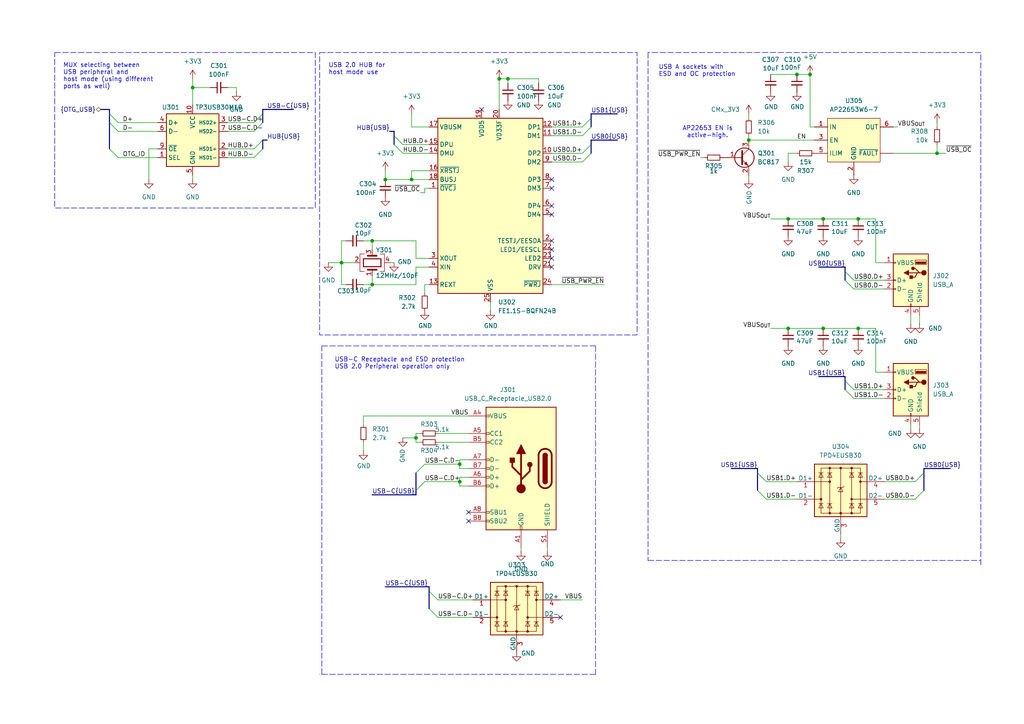
<source format=kicad_sch>
(kicad_sch (version 20231120) (generator "eeschema") (generator_version "8.0")
  (paper "A4")
  (title_block (title "HALPI2") (date "2025-01-03") (rev "v0.0.1") (company "Hat Labs Oy") (comment 1 "https://creativecommons.org/licenses/by/4.0") (comment 2 "To view a copy of this license, visit ") (comment 3 "HALPI2 is licensed under CC BY 4.0."))
  (lib_symbols
    (symbol "Connector:USB_A" (pin_names (offset 1.016))
      (property "Reference" "J" (at -5.08 11.43 0))
      (property "Value" "USB_A" (at -5.08 8.89 0))
      (symbol "USB_A_1_1"
        (pin power_in line (at 7.62 5.08 180) (length 2.54) (name "VBUS") (number "1"))
        (pin bidirectional line (at 7.62 -2.54 180) (length 2.54) (name "D-") (number "2"))
        (pin bidirectional line (at 7.62 0 180) (length 2.54) (name "D+") (number "3"))
        (pin power_in line (at 0 -10.16 90) (length 2.54) (name "GND") (number "4"))
        (pin passive line (at -2.54 -10.16 90) (length 2.54) (name "Shield") (number "5"))
      )
    )
    (symbol "Connector:USB_C_Receptacle_USB2.0_16P" (pin_names (offset 1.016))
      (property "Reference" "J" (at 0 22.225 0))
      (property "Value" "USB_C_Receptacle_USB2.0_16P" (at 0 19.685 0))
      (symbol "USB_C_Receptacle_USB2.0_16P_1_1"
        (pin passive line (at 0 -22.86 90) (length 5.08) (name "GND") (number "A1"))
        (pin passive line (at 0 -22.86 90) (length 5.08) hide (name "GND") (number "A12"))
        (pin passive line (at 15.24 15.24 180) (length 5.08) (name "VBUS") (number "A4"))
        (pin bidirectional line (at 15.24 10.16 180) (length 5.08) (name "CC1") (number "A5"))
        (pin bidirectional line (at 15.24 -2.54 180) (length 5.08) (name "D+") (number "A6"))
        (pin bidirectional line (at 15.24 2.54 180) (length 5.08) (name "D-") (number "A7"))
        (pin bidirectional line (at 15.24 -12.7 180) (length 5.08) (name "SBU1") (number "A8"))
        (pin passive line (at 15.24 15.24 180) (length 5.08) hide (name "VBUS") (number "A9"))
        (pin passive line (at 0 -22.86 90) (length 5.08) hide (name "GND") (number "B1"))
        (pin passive line (at 0 -22.86 90) (length 5.08) hide (name "GND") (number "B12"))
        (pin passive line (at 15.24 15.24 180) (length 5.08) hide (name "VBUS") (number "B4"))
        (pin bidirectional line (at 15.24 7.62 180) (length 5.08) (name "CC2") (number "B5"))
        (pin bidirectional line (at 15.24 -5.08 180) (length 5.08) (name "D+") (number "B6"))
        (pin bidirectional line (at 15.24 0 180) (length 5.08) (name "D-") (number "B7"))
        (pin bidirectional line (at 15.24 -15.24 180) (length 5.08) (name "SBU2") (number "B8"))
        (pin passive line (at 15.24 15.24 180) (length 5.08) hide (name "VBUS") (number "B9"))
        (pin passive line (at -7.62 -22.86 90) (length 5.08) (name "SHIELD") (number "S1"))
      )
    )
    (symbol "Device:C_Small" (pin_numbers hide) (pin_names (offset 0.254) hide)
      (property "Reference" "C" (at 0.254 1.778 0))
      (property "Value" "C_Small" (at 0.254 -2.032 0))
      (symbol "C_Small_1_1"
        (pin passive line (at 0 2.54 270) (length 2.032) (name "~") (number "1"))
        (pin passive line (at 0 -2.54 90) (length 2.032) (name "~") (number "2"))
      )
    )
    (symbol "Device:Crystal_GND24" (pin_names (offset 1.016) hide)
      (property "Reference" "Y" (at 3.175 5.08 0))
      (property "Value" "Crystal_GND24" (at 3.175 3.175 0))
      (symbol "Crystal_GND24_1_1"
        (pin passive line (at -3.81 0 0) (length 1.27) (name "1") (number "1"))
        (pin passive line (at 0 5.08 270) (length 1.27) (name "2") (number "2"))
        (pin passive line (at 3.81 0 180) (length 1.27) (name "3") (number "3"))
        (pin passive line (at 0 -5.08 90) (length 1.27) (name "4") (number "4"))
      )
    )
    (symbol "Device:R_Small" (pin_numbers hide) (pin_names (offset 0.254) hide)
      (property "Reference" "R" (at 0.762 0.508 0))
      (property "Value" "R_Small" (at 0.762 -1.016 0))
      (symbol "R_Small_1_1"
        (pin passive line (at 0 2.54 270) (length 0.762) (name "~") (number "1"))
        (pin passive line (at 0 -2.54 90) (length 0.762) (name "~") (number "2"))
      )
    )
    (symbol "FSUSB30MUX_1"
      (property "Reference" "U" (at -6.35 8.89 0))
      (property "Value" "FSUSB30MUX_1" (at 7.62 8.89 0))
      (symbol "FSUSB30MUX_1_1_1"
        (pin input line (at -10.16 -5.08 0) (length 2.54) (name "SEL") (number "1"))
        (pin power_in line (at 0 10.16 270) (length 2.54) (name "VCC") (number "10"))
        (pin bidirectional line (at 10.16 -2.54 180) (length 2.54) (name "HSD1+") (number "2"))
        (pin bidirectional line (at 10.16 5.08 180) (length 2.54) (name "HSD2+") (number "3"))
        (pin bidirectional line (at -10.16 5.08 0) (length 2.54) (name "D+") (number "4"))
        (pin power_in line (at 0 -10.16 90) (length 2.54) (name "GND") (number "5"))
        (pin bidirectional line (at -10.16 2.54 0) (length 2.54) (name "D-") (number "6"))
        (pin bidirectional line (at 10.16 2.54 180) (length 2.54) (name "HSD2-") (number "7"))
        (pin bidirectional line (at 10.16 -5.08 180) (length 2.54) (name "HSD1-") (number "8"))
        (pin input line (at -10.16 -2.54 0) (length 2.54) (name "~{OE}") (number "9"))
      )
    )
    (symbol "Hatlabs:AP22653"
      (property "Reference" "U" (at 0 7.62 0))
      (property "Value" "AP22653W6-7" (at 0 9.652 0))
      (symbol "AP22653_1_1"
        (pin output line (at 11.43 -3.81 180) (length 3.81) (name "~{FAULT}") (number ""))
        (pin power_in line (at -11.43 3.81 0) (length 3.81) (name "IN") (number "1"))
        (pin power_in line (at 0 -10.16 90) (length 3.81) (name "GND") (number "2"))
        (pin input line (at -11.43 0 0) (length 3.81) (name "EN") (number "3"))
        (pin passive line (at -11.43 -3.81 0) (length 3.81) (name "ILIM") (number "5"))
        (pin power_out line (at 11.43 3.81 180) (length 3.81) (name "OUT") (number "6"))
      )
    )
    (symbol "Hatlabs:FE1.1S-BQFN24B"
      (property "Reference" "U" (at -11.43 26.67 0))
      (property "Value" "FE1.1S-BQFN24B" (at 12.7 27.94 0))
      (symbol "FE1.1S-BQFN24B_1_1"
        (pin input line (at -17.78 5.08 0) (length 2.54) (name "~{OVCJ}") (number "1"))
        (pin bidirectional line (at 17.78 15.24 180) (length 2.54) (name "DP2") (number "10"))
        (pin bidirectional line (at 17.78 20.32 180) (length 2.54) (name "DM1") (number "11"))
        (pin bidirectional line (at 17.78 22.86 180) (length 2.54) (name "DP1") (number "12"))
        (pin passive line (at -17.78 -22.86 0) (length 2.54) (name "REXT") (number "13"))
        (pin bidirectional line (at -17.78 15.24 0) (length 2.54) (name "DMU") (number "14"))
        (pin bidirectional line (at -17.78 17.78 0) (length 2.54) (name "DPU") (number "15"))
        (pin input line (at -17.78 10.16 0) (length 2.54) (name "~{XRSTJ}") (number "16"))
        (pin input line (at -17.78 22.86 0) (length 2.54) (name "VBUSM") (number "17"))
        (pin input line (at -17.78 7.62 0) (length 2.54) (name "BUSJ") (number "18"))
        (pin power_in line (at -2.54 27.94 270) (length 2.54) (name "VDD5") (number "19"))
        (pin bidirectional line (at 17.78 -10.16 180) (length 2.54) (name "TESTJ/EESDA") (number "2"))
        (pin power_in line (at 2.54 27.94 270) (length 2.54) (name "VD33F") (number "20"))
        (pin bidirectional line (at 17.78 -17.78 180) (length 2.54) (name "DRV") (number "21"))
        (pin bidirectional line (at 17.78 -12.7 180) (length 2.54) (name "LED1/EESCL") (number "22"))
        (pin bidirectional line (at 17.78 -15.24 180) (length 2.54) (name "LED2") (number "23"))
        (pin output line (at 17.78 -22.86 180) (length 2.54) (name "~{PWRJ}") (number "24"))
        (pin power_in line (at 0 -27.94 90) (length 2.54) (name "VSS") (number "25"))
        (pin output line (at -17.78 -15.24 0) (length 2.54) (name "XOUT") (number "3"))
        (pin input line (at -17.78 -17.78 0) (length 2.54) (name "XIN") (number "4"))
        (pin bidirectional line (at 17.78 -2.54 180) (length 2.54) (name "DM4") (number "5"))
        (pin bidirectional line (at 17.78 0 180) (length 2.54) (name "DP4") (number "6"))
        (pin bidirectional line (at 17.78 5.08 180) (length 2.54) (name "DM3") (number "7"))
        (pin bidirectional line (at 17.78 7.62 180) (length 2.54) (name "DP3") (number "8"))
        (pin bidirectional line (at 17.78 12.7 180) (length 2.54) (name "DM2") (number "9"))
      )
    )
    (symbol "Transistor_BJT:BC817" (pin_names (offset 0) hide)
      (property "Reference" "Q" (at 5.08 1.905 0))
      (property "Value" "BC817" (at 5.08 0 0))
      (symbol "BC817_1_1"
        (pin input line (at -5.08 0 0) (length 5.715) (name "B") (number "1"))
        (pin passive line (at 2.54 -5.08 90) (length 2.54) (name "E") (number "2"))
        (pin passive line (at 2.54 5.08 270) (length 2.54) (name "C") (number "3"))
      )
    )
    (symbol "Yellow:TPD4EUSB30" (pin_names (offset 0))
      (property "Reference" "U" (at -0.635 8.89 0))
      (property "Value" "TPD4EUSB30" (at 8.89 -10.16 0))
      (symbol "TPD4EUSB30_1_1"
        (pin passive line (at -12.7 2.54 0) (length 5.08) (name "D1+") (number "1"))
        (pin passive line (at -12.7 2.54 0) (length 5.08) hide (name "D1+") (number "10"))
        (pin passive line (at -12.7 -2.54 0) (length 5.08) (name "D1-") (number "2"))
        (pin power_in line (at 0 -12.7 90) (length 5.08) (name "GND") (number "3"))
        (pin passive line (at 12.7 2.54 180) (length 5.08) (name "D2+") (number "4"))
        (pin passive line (at 12.7 -2.54 180) (length 5.08) (name "D2-") (number "5"))
        (pin passive line (at 12.7 -2.54 180) (length 5.08) hide (name "D2-") (number "6"))
        (pin passive line (at 12.7 2.54 180) (length 5.08) hide (name "D2+") (number "7"))
        (pin passive line (at 0 -12.7 90) (length 5.08) hide (name "GND") (number "8"))
        (pin passive line (at -12.7 -2.54 0) (length 5.08) hide (name "D1-") (number "9"))
      )
    )
    (symbol "Yellow:TPD4EUSB30_1" (pin_names (offset 0))
      (property "Reference" "U" (at -0.635 8.89 0))
      (property "Value" "TPD4EUSB30" (at 8.89 -10.16 0))
      (symbol "TPD4EUSB30_1_1_1"
        (pin passive line (at -12.7 2.54 0) (length 5.08) (name "D1+") (number "1"))
        (pin passive line (at -12.7 2.54 0) (length 5.08) hide (name "D1+") (number "10"))
        (pin passive line (at -12.7 -2.54 0) (length 5.08) (name "D1-") (number "2"))
        (pin power_in line (at 0 -12.7 90) (length 5.08) (name "GND") (number "3"))
        (pin passive line (at 12.7 2.54 180) (length 5.08) (name "D2+") (number "4"))
        (pin passive line (at 12.7 -2.54 180) (length 5.08) (name "D2-") (number "5"))
        (pin passive line (at 12.7 -2.54 180) (length 5.08) hide (name "D2-") (number "6"))
        (pin passive line (at 12.7 2.54 180) (length 5.08) hide (name "D2+") (number "7"))
        (pin passive line (at 0 -12.7 90) (length 5.08) hide (name "GND") (number "8"))
        (pin passive line (at -12.7 -2.54 0) (length 5.08) hide (name "D1-") (number "9"))
      )
    )
    (symbol "power:+3.3VP" (power) (pin_numbers hide) (pin_names (offset 0) hide)
      (property "Value" "+3.3VP" (at 0 3.556 0))
      (symbol "+3.3VP_0_0"
        (pin power_in line (at 0 0 90) (length 0) (name "~") (number "1"))
      )
    )
    (symbol "power:+3V3" (power) (pin_numbers hide) (pin_names (offset 0) hide)
      (property "Value" "+3V3" (at 0 3.556 0))
      (symbol "+3V3_1_1"
        (pin power_in line (at 0 0 90) (length 0) (name "~") (number "1"))
      )
    )
    (symbol "power:+5V" (power) (pin_numbers hide) (pin_names (offset 0) hide)
      (property "Value" "+5V" (at 0 3.556 0))
      (symbol "+5V_1_1"
        (pin power_in line (at 0 0 90) (length 0) (name "~") (number "1"))
      )
    )
    (symbol "power:GND" (power) (pin_numbers hide) (pin_names (offset 0) hide)
      (property "Value" "GND" (at 0 -3.81 0))
      (symbol "GND_1_1"
        (pin power_in line (at 0 0 270) (length 0) (name "~") (number "1"))
      )
    )
  )
  (bus_alias "I2C" (members "SDA" "SCL"))
  (bus_alias "OTG_USB" (members "D+" "D-" "OTG_ID"))
  (bus_alias "USB" (members "D+" "D-"))
  (junction (at 217.17 40.64))
  (junction (at 238.76 95.25))
  (junction (at 248.92 95.25))
  (junction (at 271.78 44.45))
  (junction (at 111.76 52.07))
  (junction (at 234.95 21.59))
  (junction (at 248.92 63.5))
  (junction (at 133.35 139.7) (diameter 0.9144))
  (junction (at 228.6 63.5))
  (junction (at 119.38 52.07))
  (junction (at 99.06 76.2) (diameter 0.9144))
  (junction (at 107.95 82.55) (diameter 0.9144))
  (junction (at 147.32 22.86))
  (junction (at 120.65 127) (diameter 0.9144))
  (junction (at 231.14 21.59))
  (junction (at 133.35 134.62) (diameter 0.9144))
  (junction (at 228.6 95.25))
  (junction (at 55.88 25.4))
  (junction (at 107.95 69.85) (diameter 0.9144))
  (junction (at 144.78 22.86))
  (junction (at 238.76 63.5))
  (no_connect (at 135.89 148.59))
  (no_connect (at 160.02 77.47))
  (no_connect (at 135.89 151.13))
  (no_connect (at 160.02 54.61))
  (no_connect (at 162.56 179.07))
  (no_connect (at 139.7 31.75))
  (no_connect (at 160.02 72.39))
  (no_connect (at 160.02 52.07))
  (no_connect (at 160.02 74.93))
  (no_connect (at 160.02 62.23))
  (no_connect (at 160.02 59.69))
  (no_connect (at 160.02 69.85))
  (bus_entry (at 168.91 36.83) (size 2.54 -2.54) (stroke (width 0.1524)))
  (bus_entry (at 168.91 44.45) (size 2.54 -2.54) (stroke (width 0.1524)))
  (bus_entry (at 222.25 144.78) (size -2.54 -2.54) (stroke (width 0.1524)))
  (bus_entry (at 76.2 33.02) (size -2.54 2.54) (stroke (width 0.1524)))
  (bus_entry (at 168.91 46.99) (size 2.54 -2.54) (stroke (width 0.1524)))
  (bus_entry (at 120.65 137.16) (size 2.54 -2.54) (stroke (width 0.1524)))
  (bus_entry (at 265.43 144.78) (size 2.54 -2.54) (stroke (width 0.1524)))
  (bus_entry (at 31.75 35.56) (size 2.54 2.54) (stroke (width 0.1524)))
  (bus_entry (at 120.65 142.24) (size 2.54 -2.54) (stroke (width 0.1524)))
  (bus_entry (at 222.25 139.7) (size -2.54 -2.54) (stroke (width 0.1524)))
  (bus_entry (at 76.2 40.64) (size -2.54 2.54) (stroke (width 0.1524)))
  (bus_entry (at 76.2 35.56) (size -2.54 2.54) (stroke (width 0.1524)))
  (bus_entry (at 124.46 176.53) (size 2.54 2.54) (stroke (width 0.1524)))
  (bus_entry (at 168.91 39.37) (size 2.54 -2.54) (stroke (width 0.1524)))
  (bus_entry (at 247.65 115.57) (size -2.54 -2.54) (stroke (width 0.1524)))
  (bus_entry (at 31.75 43.18) (size 2.54 2.54) (stroke (width 0.1524)))
  (bus_entry (at 247.65 83.82) (size -2.54 -2.54) (stroke (width 0.1524)))
  (bus_entry (at 76.2 43.18) (size -2.54 2.54) (stroke (width 0.1524)))
  (bus_entry (at 114.3 41.91) (size 2.54 2.54) (stroke (width 0.1524)))
  (bus_entry (at 247.65 81.28) (size -2.54 -2.54) (stroke (width 0.1524)))
  (bus_entry (at 31.75 33.02) (size 2.54 2.54) (stroke (width 0.1524)))
  (bus_entry (at 247.65 113.03) (size -2.54 -2.54) (stroke (width 0.1524)))
  (bus_entry (at 124.46 171.45) (size 2.54 2.54) (stroke (width 0.1524)))
  (bus_entry (at 265.43 139.7) (size 2.54 -2.54) (stroke (width 0.1524)))
  (bus_entry (at 114.3 39.37) (size 2.54 2.54) (stroke (width 0.1524)))
  (wire (pts (xy 160.02 46.99) (xy 168.91 46.99)))
  (wire (pts (xy 133.35 135.89) (xy 135.89 135.89)))
  (wire (pts (xy 116.84 44.45) (xy 124.46 44.45)))
  (wire (pts (xy 55.88 25.4) (xy 55.88 30.48)))
  (wire (pts (xy 266.7 123.19) (xy 266.7 124.46)))
  (wire (pts (xy 142.24 87.63) (xy 142.24 90.17)))
  (wire (pts (xy 99.06 76.2) (xy 99.06 82.55)))
  (wire (pts (xy 66.04 35.56) (xy 73.66 35.56)))
  (wire (pts (xy 247.65 113.03) (xy 256.54 113.03)))
  (bus (pts (xy 245.11 77.47) (xy 237.49 77.47)))
  (bus (pts (xy 171.45 33.02) (xy 171.45 34.29)))
  (bus (pts (xy 171.45 34.29) (xy 171.45 36.83)))
  (wire (pts (xy 147.32 22.86) (xy 144.78 22.86)))
  (wire (pts (xy 133.35 140.97) (xy 133.35 139.7)))
  (wire (pts (xy 266.7 91.44) (xy 266.7 93.98)))
  (wire (pts (xy 127 125.73) (xy 135.89 125.73)))
  (wire (pts (xy 248.92 63.5) (xy 254 63.5)))
  (wire (pts (xy 264.16 124.46) (xy 264.16 123.19)))
  (wire (pts (xy 160.02 44.45) (xy 168.91 44.45)))
  (wire (pts (xy 123.19 139.7) (xy 133.35 139.7)))
  (polyline (pts (xy 172.72 195.58) (xy 92.71 195.58)) (stroke (width 0) (type dash)))
  (wire (pts (xy 223.52 21.59) (xy 231.14 21.59)))
  (wire (pts (xy 34.29 45.72) (xy 45.72 45.72)))
  (wire (pts (xy 231.14 21.59) (xy 234.95 21.59)))
  (wire (pts (xy 238.76 95.25) (xy 248.92 95.25)))
  (polyline (pts (xy 187.96 162.56) (xy 284.48 162.56)) (stroke (width 0) (type dash)))
  (wire (pts (xy 105.41 120.65) (xy 135.89 120.65)))
  (wire (pts (xy 105.41 69.85) (xy 107.95 69.85)))
  (wire (pts (xy 100.33 69.85) (xy 99.06 69.85)))
  (wire (pts (xy 66.04 38.1) (xy 73.66 38.1)))
  (wire (pts (xy 259.08 36.83) (xy 260.35 36.83)))
  (wire (pts (xy 271.78 35.56) (xy 271.78 36.83)))
  (wire (pts (xy 116.84 127) (xy 120.65 127)))
  (wire (pts (xy 116.84 41.91) (xy 124.46 41.91)))
  (wire (pts (xy 107.95 80.01) (xy 107.95 82.55)))
  (wire (pts (xy 105.41 82.55) (xy 107.95 82.55)))
  (wire (pts (xy 135.89 138.43) (xy 133.35 138.43)))
  (wire (pts (xy 66.04 25.4) (xy 68.58 25.4)))
  (wire (pts (xy 151.13 160.02) (xy 151.13 158.75)))
  (wire (pts (xy 217.17 34.29) (xy 217.17 33.02)))
  (wire (pts (xy 123.19 55.88) (xy 121.92 55.88)))
  (wire (pts (xy 124.46 74.93) (xy 120.65 74.93)))
  (bus (pts (xy 114.3 38.1) (xy 114.3 39.37)))
  (polyline (pts (xy 93.345 100.33) (xy 172.72 100.33)) (stroke (width 0) (type dash)))
  (wire (pts (xy 105.41 128.27) (xy 105.41 130.81)))
  (bus (pts (xy 76.2 40.64) (xy 77.47 40.64)))
  (wire (pts (xy 107.95 82.55) (xy 120.65 82.55)))
  (wire (pts (xy 55.88 22.86) (xy 55.88 25.4)))
  (wire (pts (xy 127 179.07) (xy 137.16 179.07)))
  (wire (pts (xy 168.91 173.99) (xy 162.56 173.99)))
  (wire (pts (xy 107.95 69.85) (xy 107.95 72.39)))
  (wire (pts (xy 223.52 63.5) (xy 228.6 63.5)))
  (wire (pts (xy 55.88 52.07) (xy 55.88 50.8)))
  (wire (pts (xy 247.65 115.57) (xy 256.54 115.57)))
  (wire (pts (xy 254 76.2) (xy 256.54 76.2)))
  (wire (pts (xy 147.32 22.86) (xy 147.32 24.13)))
  (wire (pts (xy 123.19 82.55) (xy 124.46 82.55)))
  (wire (pts (xy 236.22 36.83) (xy 234.95 36.83)))
  (wire (pts (xy 158.75 158.75) (xy 158.75 160.02)))
  (bus (pts (xy 171.45 40.64) (xy 171.45 41.91)))
  (bus (pts (xy 171.45 41.91) (xy 171.45 44.45)))
  (wire (pts (xy 228.6 63.5) (xy 238.76 63.5)))
  (wire (pts (xy 124.46 49.53) (xy 119.38 49.53)))
  (wire (pts (xy 247.65 83.82) (xy 256.54 83.82)))
  (wire (pts (xy 217.17 50.8) (xy 217.17 52.07)))
  (polyline (pts (xy 284.48 163.83) (xy 284.48 15.24)) (stroke (width 0) (type dash)))
  (wire (pts (xy 274.32 44.45) (xy 271.78 44.45)))
  (bus (pts (xy 245.11 109.22) (xy 237.49 109.22)))
  (wire (pts (xy 254 107.95) (xy 256.54 107.95)))
  (wire (pts (xy 120.65 127) (xy 120.65 128.27)))
  (bus (pts (xy 31.75 31.75) (xy 31.75 33.02)))
  (bus (pts (xy 31.75 33.02) (xy 31.75 35.56)))
  (bus (pts (xy 31.75 35.56) (xy 31.75 43.18)))
  (wire (pts (xy 238.76 63.5) (xy 248.92 63.5)))
  (wire (pts (xy 254 95.25) (xy 254 107.95)))
  (wire (pts (xy 123.19 54.61) (xy 124.46 54.61)))
  (wire (pts (xy 243.84 156.21) (xy 243.84 154.94)))
  (wire (pts (xy 99.06 82.55) (xy 100.33 82.55)))
  (bus (pts (xy 113.03 38.1) (xy 114.3 38.1)))
  (wire (pts (xy 34.29 35.56) (xy 45.72 35.56)))
  (wire (pts (xy 105.41 123.19) (xy 105.41 120.65)))
  (wire (pts (xy 120.65 125.73) (xy 120.65 127)))
  (wire (pts (xy 259.08 44.45) (xy 271.78 44.45)))
  (wire (pts (xy 127 173.99) (xy 137.16 173.99)))
  (wire (pts (xy 248.92 95.25) (xy 254 95.25)))
  (wire (pts (xy 120.65 74.93) (xy 120.65 69.85)))
  (wire (pts (xy 265.43 139.7) (xy 256.54 139.7)))
  (wire (pts (xy 271.78 41.91) (xy 271.78 44.45)))
  (wire (pts (xy 120.65 128.27) (xy 121.92 128.27)))
  (wire (pts (xy 43.18 52.07) (xy 43.18 43.18)))
  (wire (pts (xy 222.25 144.78) (xy 231.14 144.78)))
  (wire (pts (xy 264.16 93.98) (xy 264.16 91.44)))
  (wire (pts (xy 111.76 52.07) (xy 119.38 52.07)))
  (bus (pts (xy 76.2 31.75) (xy 76.2 33.02)))
  (bus (pts (xy 76.2 33.02) (xy 76.2 35.56)))
  (wire (pts (xy 133.35 139.7) (xy 133.35 138.43)))
  (bus (pts (xy 267.97 135.89) (xy 275.59 135.89)))
  (wire (pts (xy 124.46 36.83) (xy 119.38 36.83)))
  (wire (pts (xy 217.17 39.37) (xy 217.17 40.64)))
  (wire (pts (xy 234.95 36.83) (xy 234.95 21.59)))
  (wire (pts (xy 127 128.27) (xy 135.89 128.27)))
  (wire (pts (xy 119.38 49.53) (xy 119.38 52.07)))
  (bus (pts (xy 219.71 135.89) (xy 212.09 135.89)))
  (bus (pts (xy 219.71 135.89) (xy 219.71 137.16)))
  (bus (pts (xy 219.71 137.16) (xy 219.71 142.24)))
  (wire (pts (xy 119.38 33.02) (xy 119.38 36.83)))
  (wire (pts (xy 160.02 36.83) (xy 168.91 36.83)))
  (wire (pts (xy 66.04 43.18) (xy 73.66 43.18)))
  (wire (pts (xy 228.6 95.25) (xy 238.76 95.25)))
  (wire (pts (xy 135.89 133.35) (xy 133.35 133.35)))
  (wire (pts (xy 55.88 25.4) (xy 60.96 25.4)))
  (wire (pts (xy 34.29 38.1) (xy 45.72 38.1)))
  (wire (pts (xy 247.65 81.28) (xy 256.54 81.28)))
  (wire (pts (xy 133.35 135.89) (xy 133.35 134.62)))
  (wire (pts (xy 203.2 45.72) (xy 204.47 45.72)))
  (wire (pts (xy 123.19 134.62) (xy 133.35 134.62)))
  (wire (pts (xy 95.25 76.2) (xy 99.06 76.2)))
  (bus (pts (xy 267.97 135.89) (xy 267.97 137.16)))
  (bus (pts (xy 267.97 137.16) (xy 267.97 142.24)))
  (wire (pts (xy 123.19 85.09) (xy 123.19 82.55)))
  (wire (pts (xy 107.95 69.85) (xy 120.65 69.85)))
  (wire (pts (xy 133.35 134.62) (xy 133.35 133.35)))
  (wire (pts (xy 120.65 77.47) (xy 120.65 82.55)))
  (bus (pts (xy 120.65 143.51) (xy 107.95 143.51)))
  (wire (pts (xy 217.17 40.64) (xy 236.22 40.64)))
  (bus (pts (xy 124.46 170.18) (xy 111.76 170.18)))
  (wire (pts (xy 160.02 82.55) (xy 175.26 82.55)))
  (wire (pts (xy 111.76 49.53) (xy 111.76 52.07)))
  (wire (pts (xy 66.04 45.72) (xy 73.66 45.72)))
  (wire (pts (xy 121.92 125.73) (xy 120.65 125.73)))
  (wire (pts (xy 228.6 46.99) (xy 228.6 44.45)))
  (bus (pts (xy 29.21 31.75) (xy 31.75 31.75)))
  (wire (pts (xy 144.78 22.86) (xy 144.78 31.75)))
  (wire (pts (xy 222.25 139.7) (xy 231.14 139.7)))
  (bus (pts (xy 171.45 40.64) (xy 179.07 40.64)))
  (bus (pts (xy 245.11 109.22) (xy 245.11 110.49)))
  (bus (pts (xy 245.11 110.49) (xy 245.11 113.03)))
  (wire (pts (xy 124.46 77.47) (xy 120.65 77.47)))
  (wire (pts (xy 156.21 24.13) (xy 156.21 22.86)))
  (bus (pts (xy 245.11 77.47) (xy 245.11 78.74)))
  (bus (pts (xy 245.11 78.74) (xy 245.11 81.28)))
  (wire (pts (xy 119.38 52.07) (xy 124.46 52.07)))
  (wire (pts (xy 160.02 39.37) (xy 168.91 39.37)))
  (wire (pts (xy 265.43 144.78) (xy 256.54 144.78)))
  (bus (pts (xy 76.2 40.64) (xy 76.2 43.18)))
  (wire (pts (xy 68.58 25.4) (xy 68.58 26.67)))
  (wire (pts (xy 113.03 76.2) (xy 114.3 76.2)))
  (polyline (pts (xy 172.72 100.33) (xy 172.72 195.58)) (stroke (width 0) (type dash)))
  (wire (pts (xy 99.06 76.2) (xy 102.87 76.2)))
  (bus (pts (xy 114.3 39.37) (xy 114.3 41.91)))
  (wire (pts (xy 254 63.5) (xy 254 76.2)))
  (polyline (pts (xy 93.345 195.58) (xy 93.345 100.33)) (stroke (width 0) (type dash)))
  (bus (pts (xy 171.45 33.02) (xy 179.07 33.02)))
  (wire (pts (xy 223.52 95.25) (xy 228.6 95.25)))
  (wire (pts (xy 123.19 55.88) (xy 123.19 54.61)))
  (bus (pts (xy 76.2 31.75) (xy 85.09 31.75)))
  (wire (pts (xy 228.6 44.45) (xy 231.14 44.45)))
  (wire (pts (xy 147.32 22.86) (xy 156.21 22.86)))
  (wire (pts (xy 133.35 140.97) (xy 135.89 140.97)))
  (polyline (pts (xy 284.48 15.24) (xy 187.96 15.24)) (stroke (width 0) (type dash)))
  (wire (pts (xy 45.72 43.18) (xy 43.18 43.18)))
  (polyline (pts (xy 187.96 15.24) (xy 187.96 162.56)) (stroke (width 0) (type dash)))
  (bus (pts (xy 120.65 137.16) (xy 120.65 142.24)))
  (bus (pts (xy 120.65 142.24) (xy 120.65 143.51)))
  (bus (pts (xy 124.46 170.18) (xy 124.46 171.45)))
  (bus (pts (xy 124.46 171.45) (xy 124.46 176.53)))
  (wire (pts (xy 99.06 69.85) (xy 99.06 76.2)))
  (rectangle (start 92.71 15.24) (end 184.785 97.155) (stroke (width 0) (type dash)))
  (rectangle (start 15.875 15.24) (end 91.44 60.325) (stroke (width 0) (type dash)))
  (text "USB-C Receptacle and ESD protection\nUSB 2.0 Peripheral operation only" (at 97.028 107.188 0) (effects (font (size 1.27 1.27)) (justify left bottom)))
  (text "USB A sockets with\nESD and OC protection" (at 191.008 22.352 0) (effects (font (size 1.27 1.27)) (justify left bottom)))
  (text "USB 2.0 HUB for\nhost mode use" (at 95.25 20.066 0) (effects (font (size 1.27 1.27)) (justify left)))
  (text "AP22653 EN is\nactive-high." (at 205.232 38.354 0) (effects (font (size 1.27 1.27))))
  (text "MUX selecting between\nUSB peripheral and\nhost mode (using different\nports as well)" (at 18.288 22.098 0) (effects (font (size 1.27 1.27)) (justify left)))
  (label "~{USB_OC}" (at 274.32 44.45 0))
  (label "VBUS_{OUT}" (at 223.52 63.5 180))
  (label "VBUS_{OUT}" (at 223.52 95.25 180))
  (label "USB0.D+" (at 247.65 81.28 0))
  (label "HUB.D+" (at 66.04 43.18 0))
  (label "USB1.D+" (at 247.65 113.03 0))
  (label "D-" (at 35.56 38.1 0))
  (label "~{USB_OC}" (at 121.92 55.88 180))
  (label "USB-C.D+" (at 127 173.99 0))
  (label "VBUS" (at 130.81 120.65 0))
  (label "USB-C.D+" (at 123.19 139.7 0))
  (label "USB1.D-" (at 222.25 144.78 0))
  (label "USB1.D+" (at 222.25 139.7 0))
  (label "HUB.D-" (at 66.04 45.72 0))
  (label "USB1.D-" (at 168.91 39.37 180))
  (label "USB0{USB}" (at 245.11 77.47 180))
  (label "VBUS" (at 168.91 173.99 180))
  (label "USB0.D+" (at 168.91 44.45 180))
  (label "USB-C.D-" (at 66.04 38.1 0))
  (label "EN" (at 231.14 40.64 0))
  (label "USB-C.D-" (at 123.19 134.62 0))
  (label "USB-C{USB}" (at 77.47 31.75 0))
  (label "USB0.D+" (at 265.43 139.7 180))
  (label "HUB{USB}" (at 77.47 40.64 0))
  (label "OTG_ID" (at 35.56 45.72 0))
  (label "USB1{USB}" (at 219.71 135.89 180))
  (label "USB-C.D+" (at 66.04 35.56 0))
  (label "USB0{USB}" (at 171.45 40.64 0))
  (label "USB-C{USB}" (at 111.76 170.18 0))
  (label "USB1{USB}" (at 171.45 33.02 0))
  (label "USB1.D+" (at 168.91 36.83 180))
  (label "~{USB_PWR_EN}" (at 203.2 45.72 180))
  (label "D+" (at 35.56 35.56 0))
  (label "HUB.D-" (at 116.84 44.45 0))
  (label "USB1.D-" (at 247.65 115.57 0))
  (label "USB0.D-" (at 265.43 144.78 180))
  (label "USB0.D-" (at 247.65 83.82 0))
  (label "VBUS_{OUT}" (at 260.35 36.83 0))
  (label "USB1{USB}" (at 245.11 109.22 180))
  (label "HUB.D+" (at 116.84 41.91 0))
  (label "USB0{USB}" (at 267.97 135.89 0))
  (label "HUB{USB}" (at 113.03 38.1 180))
  (label "~{USB_PWR_EN}" (at 175.26 82.55 180))
  (label "USB-C.D-" (at 127 179.07 0))
  (label "USB0.D-" (at 168.91 46.99 180))
  (label "USB-C{USB}" (at 107.95 143.51 0))
  (hierarchical_label "{OTG_USB}" (shape bidirectional) (at 29.21 31.75 180))
  (symbol (lib_id "Device:R_Small") (at 124.46 128.27 90) (mirror x) (unit 1)
    (property "Reference" "R304" (at 124.46 130.6768 90))
    (property "Value" "5.1k" (at 128.27 129.648 90))
    (property "Footprint" "Resistor_SMD:R_0402_1005Metric" (effects (hide yes)))
    (property "LCSC" "C25905" (effects (hide yes)))
  )
  (symbol (lib_id "power:GND") (at 223.52 26.67 0) (unit 1)
    (property "Reference" "#PWR0322" (effects (hide yes)))
    (property "Value" "GND" (at 223.6343 30.9944 0))
    (property "Description" "Power symbol creates a global label with name \"GND\" , ground" (effects (hide yes)))
  )
  (symbol (lib_id "power:+3.3VP") (at 271.78 35.56 0) (unit 1)
    (property "Reference" "#PWR0338" (effects (hide yes)))
    (property "Value" "+3V3" (at 271.78 30.48 0))
    (property "Description" "Power symbol creates a global label with name \"+3.3VP\"" (effects (hide yes)))
  )
  (symbol (lib_id "power:GND") (at 266.7 124.46 0) (unit 1)
    (property "Reference" "#PWR0337" (effects (hide yes)))
    (property "Value" "GND" (at 266.7 129.54 0))
    (property "Description" "Power symbol creates a global label with name \"GND\" , ground" (effects (hide yes)))
  )
  (symbol (lib_id "power:GND") (at 228.6 68.58 0) (unit 1)
    (property "Reference" "#PWR0324" (effects (hide yes)))
    (property "Value" "GND" (at 228.6 73.66 0))
    (property "Description" "Power symbol creates a global label with name \"GND\" , ground" (effects (hide yes)))
  )
  (symbol (lib_id "power:GND") (at 238.76 68.58 0) (unit 1)
    (property "Reference" "#PWR0328" (effects (hide yes)))
    (property "Value" "GND" (at 238.76 73.66 0))
    (property "Description" "Power symbol creates a global label with name \"GND\" , ground" (effects (hide yes)))
  )
  (symbol (lib_id "Hatlabs:FE1.1S-BQFN24B") (at 142.24 59.69 0) (unit 1)
    (property "Reference" "U302" (at 144.4341 87.63 0) (effects (justify left)))
    (property "Value" "FE1.1S-BQFN24B" (at 144.4341 90.17 0) (effects (justify left)))
    (property "Footprint" "Package_DFN_QFN:QFN-24-1EP_4x4mm_P0.5mm_EP2.5x2.5mm" (effects (hide yes)))
    (property "Datasheet" "https://www.lcsc.com/datasheet/lcsc_datasheet_2306141021_Terminus-Tech-FE1-1S-BQFN24B_C6776948.pdf" (effects (hide yes)))
    (property "Description" "USB 2.0 High Speed 4-Port Hub Controller, WQFN-24" (effects (hide yes)))
    (property "LCSC" "C6776948" (effects (hide yes)))
  )
  (symbol (lib_name "FSUSB30MUX_1") (lib_id "Yellow:FSUSB30MUX") (at 55.88 40.64 0) (unit 1)
    (property "Reference" "U301" (at 49.53 31.115 0))
    (property "Value" "TP3USB30M10" (at 63.5 31.115 0))
    (property "Footprint" "Package_SO:MSOP-10_3x3mm_P0.5mm" (effects (hide yes)))
    (property "Datasheet" "https://www.lcsc.com/datasheet/lcsc_datasheet_2411121102_TECH-PUBLIC-TP3USB30M10_C2959840.pdf" (effects (hide yes)))
    (property "Manufacturer" "TECH PUBLIC" (effects (hide yes)))
    (property "PartNumber" "TP3USB30M10" (effects (hide yes)))
    (property "LCSC" "C2959840" (effects (hide yes)))
  )
  (symbol (lib_id "power:GND") (at 147.32 29.21 0) (unit 1)
    (property "Reference" "#PWR0315" (effects (hide yes)))
    (property "Value" "GND" (at 149.86 30.4799 0) (effects (justify left)))
    (property "Description" "Power symbol creates a global label with name \"GND\" , ground" (effects (hide yes)))
  )
  (symbol (lib_id "Device:C_Small") (at 111.76 54.61 0) (mirror x) (unit 1)
    (property "Reference" "C304" (at 109.22 53.3335 0) (effects (justify right)))
    (property "Value" "100nF" (at 109.22 55.8735 0) (effects (justify right)))
    (property "Footprint" "Capacitor_SMD:C_0402_1005Metric" (effects (hide yes)))
    (property "LCSC" "C1525" (effects (hide yes)))
  )
  (symbol (lib_id "power:+3.3VP") (at 55.88 22.86 0) (unit 1)
    (property "Reference" "#PWR0302" (effects (hide yes)))
    (property "Value" "+3V3" (at 55.88 17.78 0))
    (property "Description" "Power symbol creates a global label with name \"+3.3VP\"" (effects (hide yes)))
  )
  (symbol (lib_id "power:GND") (at 266.7 93.98 0) (mirror y) (unit 1)
    (property "Reference" "#PWR0336" (effects (hide yes)))
    (property "Value" "GND" (at 269.24 95.2499 0) (effects (justify right)))
    (property "Description" "Power symbol creates a global label with name \"GND\" , ground" (effects (hide yes)))
  )
  (symbol (lib_id "power:GND") (at 248.92 100.33 0) (unit 1)
    (property "Reference" "#PWR0333" (effects (hide yes)))
    (property "Value" "GND" (at 248.92 105.41 0))
    (property "Description" "Power symbol creates a global label with name \"GND\" , ground" (effects (hide yes)))
  )
  (symbol (lib_id "power:GND") (at 149.86 189.23 0) (unit 1)
    (property "Reference" "#PWR0316" (effects (hide yes)))
    (property "Value" "GND" (at 153.162 189.484 0))
    (property "Description" "Power symbol creates a global label with name \"GND\" , ground" (effects (hide yes)))
  )
  (symbol (lib_id "Device:C_Small") (at 147.32 26.67 0) (unit 1)
    (property "Reference" "C305" (at 149.86 25.4062 0) (effects (justify left)))
    (property "Value" "100nF" (at 149.86 27.9462 0) (effects (justify left)))
    (property "Footprint" "Capacitor_SMD:C_0402_1005Metric" (effects (hide yes)))
    (property "Description" "Unpolarized capacitor, small symbol" (effects (hide yes)))
    (property "LCSC" "C1525" (effects (hide yes)))
  )
  (symbol (lib_id "power:GND") (at 151.13 160.02 0) (unit 1)
    (property "Reference" "#PWR0317" (effects (hide yes)))
    (property "Value" "GND" (at 151.13 165.1 0))
    (property "Description" "Power symbol creates a global label with name \"GND\" , ground" (effects (hide yes)))
  )
  (symbol (lib_id "Transistor_BJT:BC817") (at 214.63 45.72 0) (unit 1)
    (property "Reference" "Q301" (at 219.71 44.4499 0) (effects (justify left)))
    (property "Value" "BC817" (at 219.71 46.9899 0) (effects (justify left)))
    (property "Footprint" "Package_TO_SOT_SMD:SOT-23" (effects (hide yes)))
    (property "PartNumber" "BC817-25,215" (effects (hide yes)))
    (property "LCSC" "C20069155" (effects (hide yes)))
  )
  (symbol (lib_id "Device:C_Small") (at 228.6 66.04 0) (unit 1)
    (property "Reference" "C308" (at 230.9242 64.8906 0) (effects (justify left)))
    (property "Value" "47uF" (at 230.924 67.189 0) (effects (justify left)))
    (property "Footprint" "Capacitor_SMD:C_0805_2012Metric" (effects (hide yes)))
    (property "LCSC" "C16780" (effects (hide yes)))
  )
  (symbol (lib_id "power:GND") (at 217.17 52.07 0) (unit 1)
    (property "Reference" "#PWR0321" (effects (hide yes)))
    (property "Value" "GND" (at 217.2843 55.245 90) (effects (justify right)))
    (property "Description" "Power symbol creates a global label with name \"GND\" , ground" (effects (hide yes)))
    (property "Config" "+SDCard" (effects (hide yes)))
  )
  (symbol (lib_id "power:GND") (at 228.6 46.99 0) (unit 1)
    (property "Reference" "#PWR0323" (effects (hide yes)))
    (property "Value" "GND" (at 228.6 52.07 0))
    (property "Description" "Power symbol creates a global label with name \"GND\" , ground" (effects (hide yes)))
  )
  (symbol (lib_id "power:GND") (at 264.16 124.46 0) (mirror y) (unit 1)
    (property "Reference" "#PWR0335" (effects (hide yes)))
    (property "Value" "GND" (at 261.62 125.7299 0) (effects (justify left)))
    (property "Description" "Power symbol creates a global label with name \"GND\" , ground" (effects (hide yes)))
  )
  (symbol (lib_id "power:GND") (at 116.84 127 0) (mirror y) (unit 1)
    (property "Reference" "#PWR0310" (effects (hide yes)))
    (property "Value" "GND" (at 116.7257 130.175 90) (effects (justify right)))
    (property "Description" "Power symbol creates a global label with name \"GND\" , ground" (effects (hide yes)))
  )
  (symbol (lib_id "Connector:USB_A") (at 264.16 113.03 0) (mirror y) (unit 1)
    (property "Reference" "J303" (at 270.51 111.7599 0) (effects (justify right)))
    (property "Value" "USB_A" (at 270.51 114.2999 0) (effects (justify right)))
    (property "Footprint" "Hatlabs:USB-A-TH_ZCJB-HJ" (effects (hide yes)))
    (property "Description" "USB Type A connector" (effects (hide yes)))
    (property "LCSC" "C2681562" (effects (hide yes)))
  )
  (symbol (lib_id "power:GND") (at 248.92 68.58 0) (unit 1)
    (property "Reference" "#PWR0332" (effects (hide yes)))
    (property "Value" "GND" (at 248.92 73.66 0))
    (property "Description" "Power symbol creates a global label with name \"GND\" , ground" (effects (hide yes)))
  )
  (symbol (lib_id "power:GND") (at 243.84 156.21 0) (unit 1)
    (property "Reference" "#PWR0330" (effects (hide yes)))
    (property "Value" "GND" (at 243.84 161.29 0))
    (property "Description" "Power symbol creates a global label with name \"GND\" , ground" (effects (hide yes)))
  )
  (symbol (lib_id "Device:R_Small") (at 233.68 44.45 270) (unit 1)
    (property "Reference" "R307" (at 233.68 49.53 90))
    (property "Value" "15k" (at 233.68 46.99 90))
    (property "Footprint" "Resistor_SMD:R_0402_1005Metric" (effects (hide yes)))
    (property "Description" "Resistor, small symbol" (effects (hide yes)))
    (property "Field4" "Farnell" (effects (hide yes)))
    (property "Field5" "9239375" (effects (hide yes)))
    (property "Field6" "MCR01MZPF1502" (effects (hide yes)))
    (property "Field7" "Rohm" (effects (hide yes)))
    (property "Part Description" "Resistor 15K M1005 1% 63mW" (effects (hide yes)))
    (property "Field8" "120891581" (effects (hide yes)))
    (property "LCSC" "C25756" (effects (hide yes)))
  )
  (symbol (lib_id "power:GND") (at 158.75 160.02 0) (unit 1)
    (property "Reference" "#PWR0319" (effects (hide yes)))
    (property "Value" "GND" (at 160.782 163.576 0) (effects (justify right)))
    (property "Description" "Power symbol creates a global label with name \"GND\" , ground" (effects (hide yes)))
  )
  (symbol (lib_id "power:GND") (at 68.58 26.67 0) (unit 1)
    (property "Reference" "#PWR0304" (effects (hide yes)))
    (property "Value" "GND" (at 68.58 31.75 0))
    (property "Description" "Power symbol creates a global label with name \"GND\" , ground" (effects (hide yes)))
  )
  (symbol (lib_id "power:GND") (at 111.76 57.15 0) (unit 1)
    (property "Reference" "#PWR0308" (effects (hide yes)))
    (property "Value" "GND" (at 111.76 62.23 0))
    (property "Description" "Power symbol creates a global label with name \"GND\" , ground" (effects (hide yes)))
  )
  (symbol (lib_id "Device:C_Small") (at 248.92 66.04 0) (unit 1)
    (property "Reference" "C313" (at 251.2442 64.8906 0) (effects (justify left)))
    (property "Value" "100nF" (at 251.244 67.189 0) (effects (justify left)))
    (property "Footprint" "Capacitor_SMD:C_0402_1005Metric" (effects (hide yes)))
    (property "LCSC" "C1525" (effects (hide yes)))
  )
  (symbol (lib_id "Device:R_Small") (at 207.01 45.72 270) (unit 1)
    (property "Reference" "R305" (at 207.01 48.1268 90))
    (property "Value" "1k" (at 207.01 49.638 90))
    (property "Footprint" "Resistor_SMD:R_0402_1005Metric" (effects (hide yes)))
    (property "LCSC" "C11702" (effects (hide yes)))
  )
  (symbol (lib_id "power:GND") (at 238.76 100.33 0) (unit 1)
    (property "Reference" "#PWR0329" (effects (hide yes)))
    (property "Value" "GND" (at 238.76 105.41 0))
    (property "Description" "Power symbol creates a global label with name \"GND\" , ground" (effects (hide yes)))
  )
  (symbol (lib_id "Device:R_Small") (at 271.78 39.37 0) (mirror x) (unit 1)
    (property "Reference" "R308" (at 269.24 38.0999 0) (effects (justify right)))
    (property "Value" "10k" (at 269.24 40.6399 0) (effects (justify right)))
    (property "Footprint" "Resistor_SMD:R_0402_1005Metric" (effects (hide yes)))
    (property "LCSC" "C25744" (effects (hide yes)))
  )
  (symbol (lib_id "power:GND") (at 231.14 26.67 0) (unit 1)
    (property "Reference" "#PWR0326" (effects (hide yes)))
    (property "Value" "GND" (at 231.2543 30.9944 0))
    (property "Description" "Power symbol creates a global label with name \"GND\" , ground" (effects (hide yes)))
  )
  (symbol (lib_id "power:GND") (at 156.21 29.21 0) (unit 1)
    (property "Reference" "#PWR0318" (effects (hide yes)))
    (property "Value" "GND" (at 158.75 30.4799 0) (effects (justify left)))
    (property "Description" "Power symbol creates a global label with name \"GND\" , ground" (effects (hide yes)))
  )
  (symbol (lib_id "Device:R_Small") (at 124.46 125.73 90) (mirror x) (unit 1)
    (property "Reference" "R303" (at 124.46 123.0568 90))
    (property "Value" "5.1k" (at 128.27 124.568 90))
    (property "Footprint" "Resistor_SMD:R_0402_1005Metric" (effects (hide yes)))
    (property "LCSC" "C25905" (effects (hide yes)))
  )
  (symbol (lib_id "power:+3.3VP") (at 144.78 22.86 0) (unit 1)
    (property "Reference" "#PWR0314" (effects (hide yes)))
    (property "Value" "+3V3" (at 144.78 17.78 0))
    (property "Description" "Power symbol creates a global label with name \"+3.3VP\"" (effects (hide yes)))
  )
  (symbol (lib_id "power:GND") (at 55.88 52.07 0) (unit 1)
    (property "Reference" "#PWR0303" (effects (hide yes)))
    (property "Value" "GND" (at 55.88 57.15 0))
    (property "Description" "Power symbol creates a global label with name \"GND\" , ground" (effects (hide yes)))
  )
  (symbol (lib_id "power:GND") (at 264.16 93.98 0) (unit 1)
    (property "Reference" "#PWR0334" (effects (hide yes)))
    (property "Value" "GND" (at 264.16 99.06 0))
    (property "Description" "Power symbol creates a global label with name \"GND\" , ground" (effects (hide yes)))
  )
  (symbol (lib_id "power:+3.3VP") (at 111.76 49.53 0) (unit 1)
    (property "Reference" "#PWR0307" (effects (hide yes)))
    (property "Value" "+3V3" (at 111.76 44.45 0))
    (property "Description" "Power symbol creates a global label with name \"+3.3VP\"" (effects (hide yes)))
  )
  (symbol (lib_id "Device:C_Small") (at 238.76 97.79 0) (unit 1)
    (property "Reference" "C312" (at 241.0842 96.6406 0) (effects (justify left)))
    (property "Value" "10uF" (at 241.084 98.939 0) (effects (justify left)))
    (property "Footprint" "Capacitor_SMD:C_0805_2012Metric" (effects (hide yes)))
    (property "LCSC" "C15850" (effects (hide yes)))
  )
  (symbol (lib_id "power:GND") (at 43.18 52.07 0) (unit 1)
    (property "Reference" "#PWR0301" (effects (hide yes)))
    (property "Value" "GND" (at 43.18 57.15 0))
    (property "Description" "Power symbol creates a global label with name \"GND\" , ground" (effects (hide yes)))
  )
  (symbol (lib_id "power:+3V3") (at 217.17 33.02 0) (unit 1)
    (property "Reference" "#PWR0320" (effects (hide yes)))
    (property "Value" "CMx_3V3" (at 214.63 31.7499 0) (effects (justify right)))
    (property "Description" "Power symbol creates a global label with name \"+3V3\"" (effects (hide yes)))
    (property "Config" "+SDCard" (effects (hide yes)))
  )
  (symbol (lib_id "Yellow:TPD4EUSB30") (at 243.84 142.24 0) (unit 1)
    (property "Reference" "U304" (at 243.84 129.54 0))
    (property "Value" "TPD4EUSB30" (at 243.84 132.08 0))
    (property "Footprint" "Package_SON:USON-10_2.5x1.0mm_P0.5mm" (effects (hide yes)))
    (property "Datasheet" "http://www.ti.com/lit/ds/symlink/tpd2eusb30a.pdf" (effects (hide yes)))
    (property "Manufacturer" "Texas Instruments" (effects (hide yes)))
    (property "PartNumber" "TPD4EUSB30DQAR" (effects (hide yes)))
    (property "LCSC" "C558427" (effects (hide yes)))
  )
  (symbol (lib_id "power:GND") (at 247.65 50.8 0) (unit 1)
    (property "Reference" "#PWR0331" (effects (hide yes)))
    (property "Value" "GND" (at 247.65 55.88 0))
    (property "Description" "Power symbol creates a global label with name \"GND\" , ground" (effects (hide yes)))
  )
  (symbol (lib_id "Connector:USB_A") (at 264.16 81.28 0) (mirror y) (unit 1)
    (property "Reference" "J302" (at 270.51 80.0099 0) (effects (justify right)))
    (property "Value" "USB_A" (at 270.51 82.5499 0) (effects (justify right)))
    (property "Footprint" "Hatlabs:USB-A-TH_ZCJB-HJ" (effects (hide yes)))
    (property "Description" "USB Type A connector" (effects (hide yes)))
    (property "LCSC" "C2681562" (effects (hide yes)))
  )
  (symbol (lib_id "power:GND") (at 123.19 90.17 0) (unit 1)
    (property "Reference" "#PWR0312" (effects (hide yes)))
    (property "Value" "GND" (at 123.3043 94.4944 0))
    (property "Description" "Power symbol creates a global label with name \"GND\" , ground" (effects (hide yes)))
  )
  (symbol (lib_id "Device:C_Small") (at 63.5 25.4 90) (unit 1)
    (property "Reference" "C301" (at 63.5063 19.05 90))
    (property "Value" "100nF" (at 63.5063 21.59 90))
    (property "Footprint" "Capacitor_SMD:C_0402_1005Metric" (effects (hide yes)))
    (property "LCSC" "C1525" (effects (hide yes)))
  )
  (symbol (lib_id "Hatlabs:AP22653") (at 247.65 40.64 0) (unit 1)
    (property "Reference" "U305" (at 247.65 29.21 0))
    (property "Value" "AP22653W6-7" (at 247.65 31.75 0))
    (property "Footprint" "Package_TO_SOT_SMD:SOT-23-6" (effects (hide yes)))
    (property "Datasheet" "https://jlcpcb.com/api/file/downloadByFileSystemAccessId/8560085854287642624" (effects (hide yes)))
    (property "Description" "3V~5.5V 65mΩ 2.1A 1 SOT-26 Power Distribution Switches ROHS" (effects (hide yes)))
    (property "LCSC" "C2158037" (effects (hide yes)))
  )
  (symbol (lib_id "Device:R_Small") (at 123.19 87.63 0) (mirror x) (unit 1)
    (property "Reference" "R302" (at 120.65 86.3599 0) (effects (justify right)))
    (property "Value" "2.7k" (at 120.65 88.8999 0) (effects (justify right)))
    (property "Footprint" "Resistor_SMD:R_0603_1608Metric" (effects (hide yes)))
    (property "LCSC" "C13167" (effects (hide yes)))
  )
  (symbol (lib_id "Device:C_Small") (at 102.87 82.55 270) (unit 1)
    (property "Reference" "C303" (at 100.33 84.3977 90))
    (property "Value" "10pF" (at 105.41 84.156 90))
    (property "Footprint" "Capacitor_SMD:C_0402_1005Metric" (effects (hide yes)))
    (property "LCSC" "C32949" (effects (hide yes)))
  )
  (symbol (lib_id "power:GND") (at 114.3 76.2 0) (unit 1)
    (property "Reference" "#PWR0309" (effects (hide yes)))
    (property "Value" "GND" (at 115.316 75.946 0) (effects (justify left)))
    (property "Description" "Power symbol creates a global label with name \"GND\" , ground" (effects (hide yes)))
  )
  (symbol (lib_id "power:+3.3VP") (at 119.38 33.02 0) (unit 1)
    (property "Reference" "#PWR0311" (effects (hide yes)))
    (property "Value" "+3V3" (at 119.38 27.94 0))
    (property "Description" "Power symbol creates a global label with name \"+3.3VP\"" (effects (hide yes)))
  )
  (symbol (lib_id "Device:R_Small") (at 105.41 125.73 180) (unit 1)
    (property "Reference" "R301" (at 107.95 124.4599 0) (effects (justify right)))
    (property "Value" "2.7k" (at 107.95 126.9999 0) (effects (justify right)))
    (property "Footprint" "Resistor_SMD:R_0603_1608Metric" (effects (hide yes)))
    (property "LCSC" "C13167" (effects (hide yes)))
  )
  (symbol (lib_id "Device:C_Small") (at 156.21 26.67 180) (unit 1)
    (property "Reference" "C306" (at 158.75 25.3935 0) (effects (justify right)))
    (property "Value" "10uF" (at 158.75 27.9335 0) (effects (justify right)))
    (property "Footprint" "Capacitor_SMD:C_0805_2012Metric" (effects (hide yes)))
    (property "LCSC" "C15850" (effects (hide yes)))
  )
  (symbol (lib_id "Device:C_Small") (at 228.6 97.79 0) (unit 1)
    (property "Reference" "C309" (at 230.9242 96.6406 0) (effects (justify left)))
    (property "Value" "47uF" (at 230.924 98.939 0) (effects (justify left)))
    (property "Footprint" "Capacitor_SMD:C_0805_2012Metric" (effects (hide yes)))
    (property "LCSC" "C16780" (effects (hide yes)))
  )
  (symbol (lib_id "Device:C_Small") (at 238.76 66.04 0) (unit 1)
    (property "Reference" "C311" (at 241.0842 64.8906 0) (effects (justify left)))
    (property "Value" "10uF" (at 241.084 67.189 0) (effects (justify left)))
    (property "Footprint" "Capacitor_SMD:C_0805_2012Metric" (effects (hide yes)))
    (property "LCSC" "C15850" (effects (hide yes)))
  )
  (symbol (lib_id "power:GND") (at 142.24 90.17 0) (unit 1)
    (property "Reference" "#PWR0313" (effects (hide yes)))
    (property "Value" "GND" (at 142.3543 94.4944 0))
    (property "Description" "Power symbol creates a global label with name \"GND\" , ground" (effects (hide yes)))
  )
  (symbol (lib_id "Connector:USB_C_Receptacle_USB2.0_16P") (at 151.13 135.89 0) (mirror y) (unit 1)
    (property "Reference" "J301" (at 147.32 113.03 0))
    (property "Value" "USB_C_Receptacle_USB2.0" (at 147.32 115.57 0))
    (property "Footprint" "HALSER:Shou Han Type-C 16P LTH6.8" (effects (hide yes)))
    (property "Datasheet" "https://www.usb.org/sites/default/files/documents/usb_type-c.zip" (effects (hide yes)))
    (property "Description" "USB 2.0-only 16P Type-C Receptacle connector" (effects (hide yes)))
    (property "LCSC" "C5187468" (effects (hide yes)))
  )
  (symbol (lib_id "Device:C_Small") (at 102.87 69.85 270) (unit 1)
    (property "Reference" "C302" (at 105.41 65.3477 90))
    (property "Value" "10pF" (at 105.41 67.646 90))
    (property "Footprint" "Capacitor_SMD:C_0402_1005Metric" (effects (hide yes)))
    (property "LCSC" "C32949" (effects (hide yes)))
  )
  (symbol (lib_id "power:GND") (at 95.25 76.2 0) (unit 1)
    (property "Reference" "#PWR0305" (effects (hide yes)))
    (property "Value" "GND" (at 95.25 81.28 0))
    (property "Description" "Power symbol creates a global label with name \"GND\" , ground" (effects (hide yes)))
  )
  (symbol (lib_id "Device:C_Small") (at 231.14 24.13 0) (mirror y) (unit 1)
    (property "Reference" "C310" (at 232.41 17.272 0) (effects (justify left)))
    (property "Value" "100nF" (at 232.4102 19.5704 0) (effects (justify left)))
    (property "Footprint" "Capacitor_SMD:C_0402_1005Metric" (effects (hide yes)))
    (property "LCSC" "C1525" (effects (hide yes)))
  )
  (symbol (lib_id "Device:C_Small") (at 223.52 24.13 0) (mirror y) (unit 1)
    (property "Reference" "C307" (at 226.06 17.272 0) (effects (justify left)))
    (property "Value" "10uF" (at 226.06 19.812 0) (effects (justify left)))
    (property "Footprint" "Capacitor_SMD:C_0805_2012Metric" (effects (hide yes)))
    (property "LCSC" "C15850" (effects (hide yes)))
  )
  (symbol (lib_id "power:+5V") (at 234.95 21.59 0) (unit 1)
    (property "Reference" "#PWR0327" (effects (hide yes)))
    (property "Value" "+5V" (at 234.95 16.51 0))
    (property "Description" "Power symbol creates a global label with name \"+5V\"" (effects (hide yes)))
  )
  (symbol (lib_id "Device:R_Small") (at 217.17 36.83 0) (unit 1)
    (property "Reference" "R306" (at 219.71 35.5599 0) (effects (justify left)))
    (property "Value" "10k" (at 219.71 38.0999 0) (effects (justify left)))
    (property "Footprint" "Resistor_SMD:R_0402_1005Metric" (effects (hide yes)))
    (property "LCSC" "C25744" (effects (hide yes)))
  )
  (symbol (lib_id "Device:C_Small") (at 248.92 97.79 0) (unit 1)
    (property "Reference" "C314" (at 251.2442 96.6406 0) (effects (justify left)))
    (property "Value" "100nF" (at 251.244 98.939 0) (effects (justify left)))
    (property "Footprint" "Capacitor_SMD:C_0402_1005Metric" (effects (hide yes)))
    (property "LCSC" "C1525" (effects (hide yes)))
  )
  (symbol (lib_id "Device:Crystal_GND24") (at 107.95 76.2 90) (unit 1)
    (property "Reference" "Y301" (at 108.9661 72.5106 90) (effects (justify right)))
    (property "Value" "12MHz/10pF" (at 108.966 79.889 90) (effects (justify right)))
    (property "Footprint" "Crystal:Crystal_SMD_3225-4Pin_3.2x2.5mm" (effects (hide yes)))
    (property "Datasheet" "https://datasheet.lcsc.com/lcsc/2103291134_Yangxing-Tech-X322512MMB4SI_C50430.pdf" (effects (hide yes)))
    (property "Manufacturer" "Yangxing Tech" (effects (hide yes)))
    (property "PartNumber" "X322512MMB4SI" (effects (hide yes)))
    (property "LCSC" "C50430" (effects (hide yes)))
  )
  (symbol (lib_id "power:GND") (at 228.6 100.33 0) (unit 1)
    (property "Reference" "#PWR0325" (effects (hide yes)))
    (property "Value" "GND" (at 228.6 105.41 0))
    (property "Description" "Power symbol creates a global label with name \"GND\" , ground" (effects (hide yes)))
  )
  (symbol (lib_name "Yellow:TPD4EUSB30_1") (lib_id "Yellow:TPD4EUSB30") (at 149.86 176.53 0) (unit 1)
    (property "Reference" "U303" (at 149.86 163.83 0))
    (property "Value" "TPD4EUSB30" (at 149.86 166.37 0))
    (property "Footprint" "Package_SON:USON-10_2.5x1.0mm_P0.5mm" (effects (hide yes)))
    (property "Datasheet" "http://www.ti.com/lit/ds/symlink/tpd2eusb30a.pdf" (effects (hide yes)))
    (property "Manufacturer" "Texas Instruments" (effects (hide yes)))
    (property "PartNumber" "TPD4EUSB30DQAR" (effects (hide yes)))
    (property "LCSC" "C558427" (effects (hide yes)))
  )
  (symbol (lib_id "power:GND") (at 105.41 130.81 0) (unit 1)
    (property "Reference" "#PWR0306" (effects (hide yes)))
    (property "Value" "GND" (at 105.5243 135.1344 0))
    (property "Description" "Power symbol creates a global label with name \"GND\" , ground" (effects (hide yes)))
  )
)
</source>
